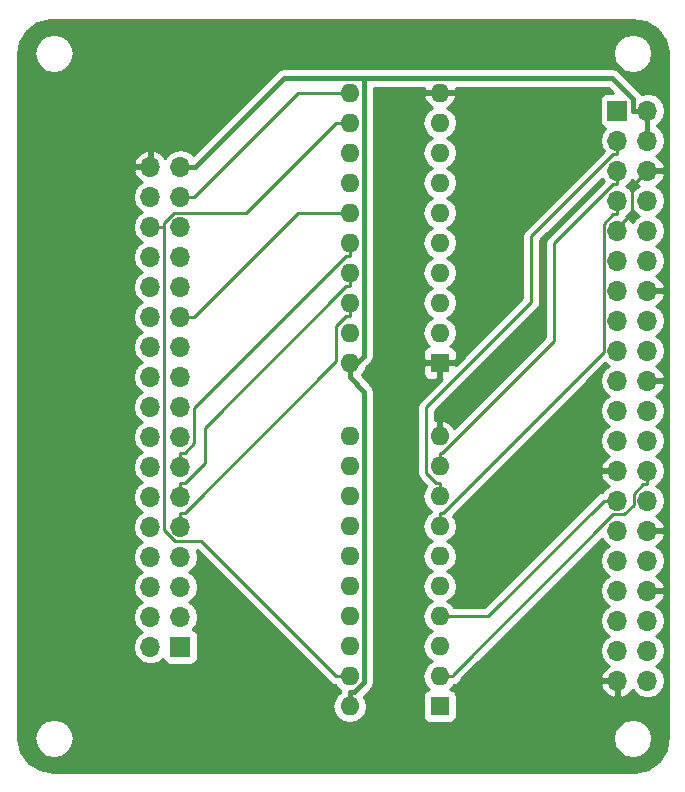
<source format=gbr>
G04 #@! TF.FileFunction,Copper,L1,Top,Signal*
%FSLAX46Y46*%
G04 Gerber Fmt 4.6, Leading zero omitted, Abs format (unit mm)*
G04 Created by KiCad (PCBNEW 4.0.7) date 12/26/17 02:37:40*
%MOMM*%
%LPD*%
G01*
G04 APERTURE LIST*
%ADD10C,0.100000*%
%ADD11R,1.700000X1.700000*%
%ADD12O,1.700000X1.700000*%
%ADD13R,1.600000X1.600000*%
%ADD14O,1.600000X1.600000*%
%ADD15C,0.400000*%
%ADD16C,0.250000*%
%ADD17C,0.254000*%
G04 APERTURE END LIST*
D10*
D11*
X252633000Y-59933800D03*
D12*
X255173000Y-59933800D03*
X252633000Y-62473800D03*
X255173000Y-62473800D03*
X252633000Y-65013800D03*
X255173000Y-65013800D03*
X252633000Y-67553800D03*
X255173000Y-67553800D03*
X252633000Y-70093800D03*
X255173000Y-70093800D03*
X252633000Y-72633800D03*
X255173000Y-72633800D03*
X252633000Y-75173800D03*
X255173000Y-75173800D03*
X252633000Y-77713800D03*
X255173000Y-77713800D03*
X252633000Y-80253800D03*
X255173000Y-80253800D03*
X252633000Y-82793800D03*
X255173000Y-82793800D03*
X252633000Y-85333800D03*
X255173000Y-85333800D03*
X252633000Y-87873800D03*
X255173000Y-87873800D03*
X252633000Y-90413800D03*
X255173000Y-90413800D03*
X252633000Y-92953800D03*
X255173000Y-92953800D03*
X252633000Y-95493800D03*
X255173000Y-95493800D03*
X252633000Y-98033800D03*
X255173000Y-98033800D03*
X252633000Y-100573800D03*
X255173000Y-100573800D03*
X252633000Y-103113800D03*
X255173000Y-103113800D03*
X252633000Y-105653800D03*
X255173000Y-105653800D03*
X252633000Y-108193800D03*
X255173000Y-108193800D03*
D11*
X215633000Y-105334000D03*
D12*
X213093000Y-105334000D03*
X215633000Y-102794000D03*
X213093000Y-102794000D03*
X215633000Y-100254000D03*
X213093000Y-100254000D03*
X215633000Y-97714000D03*
X213093000Y-97714000D03*
X215633000Y-95174000D03*
X213093000Y-95174000D03*
X215633000Y-92634000D03*
X213093000Y-92634000D03*
X215633000Y-90094000D03*
X213093000Y-90094000D03*
X215633000Y-87554000D03*
X213093000Y-87554000D03*
X215633000Y-85014000D03*
X213093000Y-85014000D03*
X215633000Y-82474000D03*
X213093000Y-82474000D03*
X215633000Y-79934000D03*
X213093000Y-79934000D03*
X215633000Y-77394000D03*
X213093000Y-77394000D03*
X215633000Y-74854000D03*
X213093000Y-74854000D03*
X215633000Y-72314000D03*
X213093000Y-72314000D03*
X215633000Y-69774000D03*
X213093000Y-69774000D03*
X215633000Y-67234000D03*
X213093000Y-67234000D03*
X215633000Y-64694000D03*
X213093000Y-64694000D03*
D13*
X237579000Y-81280000D03*
D14*
X229959000Y-58420000D03*
X237579000Y-78740000D03*
X229959000Y-60960000D03*
X237579000Y-76200000D03*
X229959000Y-63500000D03*
X237579000Y-73660000D03*
X229959000Y-66040000D03*
X237579000Y-71120000D03*
X229959000Y-68580000D03*
X237579000Y-68580000D03*
X229959000Y-71120000D03*
X237579000Y-66040000D03*
X229959000Y-73660000D03*
X237579000Y-63500000D03*
X229959000Y-76200000D03*
X237579000Y-60960000D03*
X229959000Y-78740000D03*
X237579000Y-58420000D03*
X229959000Y-81280000D03*
D13*
X237579000Y-110363000D03*
D14*
X229959000Y-87503000D03*
X237579000Y-107823000D03*
X229959000Y-90043000D03*
X237579000Y-105283000D03*
X229959000Y-92583000D03*
X237579000Y-102743000D03*
X229959000Y-95123000D03*
X237579000Y-100203000D03*
X229959000Y-97663000D03*
X237579000Y-97663000D03*
X229959000Y-100203000D03*
X237579000Y-95123000D03*
X229959000Y-102743000D03*
X237579000Y-92583000D03*
X229959000Y-105283000D03*
X237579000Y-90043000D03*
X229959000Y-107823000D03*
X237579000Y-87503000D03*
X229959000Y-110363000D03*
D15*
X255173000Y-62473800D02*
X255173000Y-59933800D01*
X255173000Y-59933800D02*
X253922700Y-59933800D01*
X215633000Y-64694000D02*
X216883300Y-64694000D01*
X231195800Y-83717100D02*
X229959000Y-82480300D01*
X231195800Y-108301000D02*
X231195800Y-83717100D01*
X230334100Y-109162700D02*
X231195800Y-108301000D01*
X229959000Y-109162700D02*
X230334100Y-109162700D01*
X229959000Y-110363000D02*
X229959000Y-109162700D01*
X229959000Y-81280000D02*
X229959000Y-81880100D01*
X229959000Y-81880100D02*
X229959000Y-82480300D01*
X231168400Y-80670700D02*
X231168400Y-57165300D01*
X229959000Y-81880100D02*
X231168400Y-80670700D01*
X252170100Y-57165300D02*
X231168400Y-57165300D01*
X253922700Y-58917900D02*
X252170100Y-57165300D01*
X253922700Y-59933800D02*
X253922700Y-58917900D01*
X224412000Y-57165300D02*
X216883300Y-64694000D01*
X231168400Y-57165300D02*
X224412000Y-57165300D01*
D16*
X252265700Y-63649100D02*
X252633000Y-63649100D01*
X245349200Y-70565600D02*
X252265700Y-63649100D01*
X245349200Y-76124000D02*
X245349200Y-70565600D01*
X236450600Y-85022600D02*
X245349200Y-76124000D01*
X236450600Y-90610600D02*
X236450600Y-85022600D01*
X237297700Y-91457700D02*
X236450600Y-90610600D01*
X237579000Y-91457700D02*
X237297700Y-91457700D01*
X237579000Y-92583000D02*
X237579000Y-91457700D01*
X252633000Y-62473800D02*
X252633000Y-63649100D01*
X237579000Y-90043000D02*
X237579000Y-88917700D01*
X252633000Y-65013800D02*
X252633000Y-66189100D01*
X237783900Y-88917700D02*
X237579000Y-88917700D01*
X247294200Y-79407400D02*
X237783900Y-88917700D01*
X247294200Y-71160500D02*
X247294200Y-79407400D01*
X252265600Y-66189100D02*
X247294200Y-71160500D01*
X252633000Y-66189100D02*
X252265600Y-66189100D01*
X252633000Y-70093800D02*
X252633000Y-69883500D01*
X252633000Y-69883500D02*
X253873000Y-68643500D01*
X253873000Y-68643500D02*
X253873000Y-66313800D01*
X253873000Y-66313800D02*
X255173000Y-65013800D01*
X252265600Y-68729100D02*
X252633000Y-68729100D01*
X251457700Y-69537000D02*
X252265600Y-68729100D01*
X251457700Y-80400300D02*
X251457700Y-69537000D01*
X237860300Y-93997700D02*
X251457700Y-80400300D01*
X237579000Y-93997700D02*
X237860300Y-93997700D01*
X237579000Y-95123000D02*
X237579000Y-93997700D01*
X252633000Y-67553800D02*
X252633000Y-68729100D01*
X254805600Y-91589100D02*
X255173000Y-91589100D01*
X253997700Y-92397000D02*
X254805600Y-91589100D01*
X253997700Y-93290100D02*
X253997700Y-92397000D01*
X253158600Y-94129200D02*
X253997700Y-93290100D01*
X252257400Y-94129200D02*
X253158600Y-94129200D01*
X238704300Y-107682300D02*
X252257400Y-94129200D01*
X238704300Y-107823000D02*
X238704300Y-107682300D01*
X237579000Y-107823000D02*
X238704300Y-107823000D01*
X255173000Y-90413800D02*
X255173000Y-91589100D01*
X241668500Y-102743000D02*
X251457700Y-92953800D01*
X237579000Y-102743000D02*
X241668500Y-102743000D01*
X252633000Y-92953800D02*
X251457700Y-92953800D01*
X216000300Y-93998700D02*
X215633000Y-93998700D01*
X228833700Y-81165300D02*
X216000300Y-93998700D01*
X228833700Y-78169200D02*
X228833700Y-81165300D01*
X229677600Y-77325300D02*
X228833700Y-78169200D01*
X229959000Y-77325300D02*
X229677600Y-77325300D01*
X229959000Y-76200000D02*
X229959000Y-77325300D01*
X215633000Y-95174000D02*
X215633000Y-93998700D01*
X216000300Y-91458700D02*
X215633000Y-91458700D01*
X217694900Y-89764100D02*
X216000300Y-91458700D01*
X217694900Y-86768100D02*
X217694900Y-89764100D01*
X229677700Y-74785300D02*
X217694900Y-86768100D01*
X229959000Y-74785300D02*
X229677700Y-74785300D01*
X229959000Y-73660000D02*
X229959000Y-74785300D01*
X215633000Y-92634000D02*
X215633000Y-91458700D01*
X216000400Y-88918700D02*
X215633000Y-88918700D01*
X216808300Y-88110800D02*
X216000400Y-88918700D01*
X216808300Y-85114700D02*
X216808300Y-88110800D01*
X229677700Y-72245300D02*
X216808300Y-85114700D01*
X229959000Y-72245300D02*
X229677700Y-72245300D01*
X229959000Y-71120000D02*
X229959000Y-72245300D01*
X215633000Y-90094000D02*
X215633000Y-88918700D01*
X225622300Y-68580000D02*
X216808300Y-77394000D01*
X229959000Y-68580000D02*
X225622300Y-68580000D01*
X215633000Y-77394000D02*
X216808300Y-77394000D01*
X225622300Y-58420000D02*
X216808300Y-67234000D01*
X229959000Y-58420000D02*
X225622300Y-58420000D01*
X215633000Y-67234000D02*
X216808300Y-67234000D01*
X214268300Y-69406600D02*
X214268300Y-69774000D01*
X215076200Y-68598700D02*
X214268300Y-69406600D01*
X221195000Y-68598700D02*
X215076200Y-68598700D01*
X228833700Y-60960000D02*
X221195000Y-68598700D01*
X229959000Y-60960000D02*
X228833700Y-60960000D01*
X213093000Y-69774000D02*
X214268300Y-69774000D01*
X214268300Y-95481800D02*
X214268300Y-69774000D01*
X215135900Y-96349400D02*
X214268300Y-95481800D01*
X217360100Y-96349400D02*
X215135900Y-96349400D01*
X228833700Y-107823000D02*
X217360100Y-96349400D01*
X229959000Y-107823000D02*
X228833700Y-107823000D01*
D17*
G36*
X255051383Y-52447974D02*
X255988119Y-53026451D01*
X256633701Y-53921482D01*
X256896800Y-55000140D01*
X256896800Y-112883993D01*
X256707384Y-114053835D01*
X256128905Y-114990572D01*
X255233876Y-115636153D01*
X254155218Y-115899252D01*
X204862710Y-115899252D01*
X203710717Y-115712726D01*
X202773980Y-115134247D01*
X202128399Y-114239218D01*
X201862760Y-113150147D01*
X201862760Y-113080800D01*
X203241810Y-113080800D01*
X203369136Y-113720911D01*
X203731730Y-114263570D01*
X204274389Y-114626164D01*
X204914500Y-114753490D01*
X205554611Y-114626164D01*
X206097270Y-114263570D01*
X206459864Y-113720911D01*
X206584663Y-113093500D01*
X252238410Y-113093500D01*
X252365736Y-113733611D01*
X252728330Y-114276270D01*
X253270989Y-114638864D01*
X253911100Y-114766190D01*
X254551211Y-114638864D01*
X255093870Y-114276270D01*
X255456464Y-113733611D01*
X255583790Y-113093500D01*
X255456464Y-112453389D01*
X255093870Y-111910730D01*
X254551211Y-111548136D01*
X253911100Y-111420810D01*
X253270989Y-111548136D01*
X252728330Y-111910730D01*
X252365736Y-112453389D01*
X252238410Y-113093500D01*
X206584663Y-113093500D01*
X206587190Y-113080800D01*
X206459864Y-112440689D01*
X206097270Y-111898030D01*
X205554611Y-111535436D01*
X204914500Y-111408110D01*
X204274389Y-111535436D01*
X203731730Y-111898030D01*
X203369136Y-112440689D01*
X203241810Y-113080800D01*
X201862760Y-113080800D01*
X201862760Y-67234000D01*
X211578907Y-67234000D01*
X211691946Y-67802285D01*
X212013853Y-68284054D01*
X212343026Y-68504000D01*
X212013853Y-68723946D01*
X211691946Y-69205715D01*
X211578907Y-69774000D01*
X211691946Y-70342285D01*
X212013853Y-70824054D01*
X212343026Y-71044000D01*
X212013853Y-71263946D01*
X211691946Y-71745715D01*
X211578907Y-72314000D01*
X211691946Y-72882285D01*
X212013853Y-73364054D01*
X212343026Y-73584000D01*
X212013853Y-73803946D01*
X211691946Y-74285715D01*
X211578907Y-74854000D01*
X211691946Y-75422285D01*
X212013853Y-75904054D01*
X212343026Y-76124000D01*
X212013853Y-76343946D01*
X211691946Y-76825715D01*
X211578907Y-77394000D01*
X211691946Y-77962285D01*
X212013853Y-78444054D01*
X212343026Y-78664000D01*
X212013853Y-78883946D01*
X211691946Y-79365715D01*
X211578907Y-79934000D01*
X211691946Y-80502285D01*
X212013853Y-80984054D01*
X212343026Y-81204000D01*
X212013853Y-81423946D01*
X211691946Y-81905715D01*
X211578907Y-82474000D01*
X211691946Y-83042285D01*
X212013853Y-83524054D01*
X212343026Y-83744000D01*
X212013853Y-83963946D01*
X211691946Y-84445715D01*
X211578907Y-85014000D01*
X211691946Y-85582285D01*
X212013853Y-86064054D01*
X212343026Y-86284000D01*
X212013853Y-86503946D01*
X211691946Y-86985715D01*
X211578907Y-87554000D01*
X211691946Y-88122285D01*
X212013853Y-88604054D01*
X212343026Y-88824000D01*
X212013853Y-89043946D01*
X211691946Y-89525715D01*
X211578907Y-90094000D01*
X211691946Y-90662285D01*
X212013853Y-91144054D01*
X212343026Y-91364000D01*
X212013853Y-91583946D01*
X211691946Y-92065715D01*
X211578907Y-92634000D01*
X211691946Y-93202285D01*
X212013853Y-93684054D01*
X212343026Y-93904000D01*
X212013853Y-94123946D01*
X211691946Y-94605715D01*
X211578907Y-95174000D01*
X211691946Y-95742285D01*
X212013853Y-96224054D01*
X212343026Y-96444000D01*
X212013853Y-96663946D01*
X211691946Y-97145715D01*
X211578907Y-97714000D01*
X211691946Y-98282285D01*
X212013853Y-98764054D01*
X212343026Y-98984000D01*
X212013853Y-99203946D01*
X211691946Y-99685715D01*
X211578907Y-100254000D01*
X211691946Y-100822285D01*
X212013853Y-101304054D01*
X212343026Y-101524000D01*
X212013853Y-101743946D01*
X211691946Y-102225715D01*
X211578907Y-102794000D01*
X211691946Y-103362285D01*
X212013853Y-103844054D01*
X212343026Y-104064000D01*
X212013853Y-104283946D01*
X211691946Y-104765715D01*
X211578907Y-105334000D01*
X211691946Y-105902285D01*
X212013853Y-106384054D01*
X212495622Y-106705961D01*
X213063907Y-106819000D01*
X213122093Y-106819000D01*
X213690378Y-106705961D01*
X214172147Y-106384054D01*
X214172971Y-106382821D01*
X214179838Y-106419317D01*
X214318910Y-106635441D01*
X214531110Y-106780431D01*
X214783000Y-106831440D01*
X216483000Y-106831440D01*
X216718317Y-106787162D01*
X216934441Y-106648090D01*
X217079431Y-106435890D01*
X217130440Y-106184000D01*
X217130440Y-104484000D01*
X217086162Y-104248683D01*
X216947090Y-104032559D01*
X216734890Y-103887569D01*
X216667459Y-103873914D01*
X216712147Y-103844054D01*
X217034054Y-103362285D01*
X217147093Y-102794000D01*
X217034054Y-102225715D01*
X216712147Y-101743946D01*
X216382974Y-101524000D01*
X216712147Y-101304054D01*
X217034054Y-100822285D01*
X217147093Y-100254000D01*
X217034054Y-99685715D01*
X216712147Y-99203946D01*
X216382974Y-98984000D01*
X216712147Y-98764054D01*
X217034054Y-98282285D01*
X217147093Y-97714000D01*
X217034054Y-97145715D01*
X217009789Y-97109400D01*
X217045298Y-97109400D01*
X228296299Y-108360401D01*
X228542861Y-108525148D01*
X228732563Y-108562882D01*
X228916189Y-108837698D01*
X229156683Y-108998391D01*
X229124000Y-109162700D01*
X229124000Y-109209447D01*
X228916189Y-109348302D01*
X228605120Y-109813849D01*
X228495887Y-110363000D01*
X228605120Y-110912151D01*
X228916189Y-111377698D01*
X229381736Y-111688767D01*
X229930887Y-111798000D01*
X229987113Y-111798000D01*
X230536264Y-111688767D01*
X231001811Y-111377698D01*
X231312880Y-110912151D01*
X231422113Y-110363000D01*
X231312880Y-109813849D01*
X231133011Y-109544657D01*
X231786234Y-108891434D01*
X231872662Y-108762085D01*
X231967239Y-108620541D01*
X232030800Y-108301000D01*
X232030800Y-83717100D01*
X231967239Y-83397559D01*
X231786234Y-83126666D01*
X230973310Y-82313742D01*
X231001811Y-82294698D01*
X231312880Y-81829151D01*
X231343189Y-81676779D01*
X231454218Y-81565750D01*
X236144000Y-81565750D01*
X236144000Y-82206310D01*
X236240673Y-82439699D01*
X236419302Y-82618327D01*
X236652691Y-82715000D01*
X237293250Y-82715000D01*
X237452000Y-82556250D01*
X237452000Y-81407000D01*
X236302750Y-81407000D01*
X236144000Y-81565750D01*
X231454218Y-81565750D01*
X231758834Y-81261134D01*
X231860713Y-81108661D01*
X231939839Y-80990241D01*
X232003400Y-80670700D01*
X232003400Y-60960000D01*
X236115887Y-60960000D01*
X236225120Y-61509151D01*
X236536189Y-61974698D01*
X236918275Y-62230000D01*
X236536189Y-62485302D01*
X236225120Y-62950849D01*
X236115887Y-63500000D01*
X236225120Y-64049151D01*
X236536189Y-64514698D01*
X236918275Y-64770000D01*
X236536189Y-65025302D01*
X236225120Y-65490849D01*
X236115887Y-66040000D01*
X236225120Y-66589151D01*
X236536189Y-67054698D01*
X236918275Y-67310000D01*
X236536189Y-67565302D01*
X236225120Y-68030849D01*
X236115887Y-68580000D01*
X236225120Y-69129151D01*
X236536189Y-69594698D01*
X236918275Y-69850000D01*
X236536189Y-70105302D01*
X236225120Y-70570849D01*
X236115887Y-71120000D01*
X236225120Y-71669151D01*
X236536189Y-72134698D01*
X236918275Y-72390000D01*
X236536189Y-72645302D01*
X236225120Y-73110849D01*
X236115887Y-73660000D01*
X236225120Y-74209151D01*
X236536189Y-74674698D01*
X236918275Y-74930000D01*
X236536189Y-75185302D01*
X236225120Y-75650849D01*
X236115887Y-76200000D01*
X236225120Y-76749151D01*
X236536189Y-77214698D01*
X236918275Y-77470000D01*
X236536189Y-77725302D01*
X236225120Y-78190849D01*
X236115887Y-78740000D01*
X236225120Y-79289151D01*
X236536189Y-79754698D01*
X236671335Y-79845000D01*
X236652691Y-79845000D01*
X236419302Y-79941673D01*
X236240673Y-80120301D01*
X236144000Y-80353690D01*
X236144000Y-80994250D01*
X236302750Y-81153000D01*
X237452000Y-81153000D01*
X237452000Y-81133000D01*
X237706000Y-81133000D01*
X237706000Y-81153000D01*
X238855250Y-81153000D01*
X239014000Y-80994250D01*
X239014000Y-80353690D01*
X238917327Y-80120301D01*
X238738698Y-79941673D01*
X238505309Y-79845000D01*
X238486665Y-79845000D01*
X238621811Y-79754698D01*
X238932880Y-79289151D01*
X239042113Y-78740000D01*
X238932880Y-78190849D01*
X238621811Y-77725302D01*
X238239725Y-77470000D01*
X238621811Y-77214698D01*
X238932880Y-76749151D01*
X239042113Y-76200000D01*
X238932880Y-75650849D01*
X238621811Y-75185302D01*
X238239725Y-74930000D01*
X238621811Y-74674698D01*
X238932880Y-74209151D01*
X239042113Y-73660000D01*
X238932880Y-73110849D01*
X238621811Y-72645302D01*
X238239725Y-72390000D01*
X238621811Y-72134698D01*
X238932880Y-71669151D01*
X239042113Y-71120000D01*
X238932880Y-70570849D01*
X238621811Y-70105302D01*
X238239725Y-69850000D01*
X238621811Y-69594698D01*
X238932880Y-69129151D01*
X239042113Y-68580000D01*
X238932880Y-68030849D01*
X238621811Y-67565302D01*
X238239725Y-67310000D01*
X238621811Y-67054698D01*
X238932880Y-66589151D01*
X239042113Y-66040000D01*
X238932880Y-65490849D01*
X238621811Y-65025302D01*
X238239725Y-64770000D01*
X238621811Y-64514698D01*
X238932880Y-64049151D01*
X239042113Y-63500000D01*
X238932880Y-62950849D01*
X238621811Y-62485302D01*
X238239725Y-62230000D01*
X238621811Y-61974698D01*
X238932880Y-61509151D01*
X239042113Y-60960000D01*
X238932880Y-60410849D01*
X238621811Y-59945302D01*
X238217297Y-59675014D01*
X238434134Y-59572389D01*
X238810041Y-59157423D01*
X238970904Y-58769039D01*
X238848915Y-58547000D01*
X237706000Y-58547000D01*
X237706000Y-58567000D01*
X237452000Y-58567000D01*
X237452000Y-58547000D01*
X236309085Y-58547000D01*
X236187096Y-58769039D01*
X236347959Y-59157423D01*
X236723866Y-59572389D01*
X236940703Y-59675014D01*
X236536189Y-59945302D01*
X236225120Y-60410849D01*
X236115887Y-60960000D01*
X232003400Y-60960000D01*
X232003400Y-58000300D01*
X236216363Y-58000300D01*
X236187096Y-58070961D01*
X236309085Y-58293000D01*
X237452000Y-58293000D01*
X237452000Y-58273000D01*
X237706000Y-58273000D01*
X237706000Y-58293000D01*
X238848915Y-58293000D01*
X238970904Y-58070961D01*
X238941637Y-58000300D01*
X251824232Y-58000300D01*
X252260292Y-58436360D01*
X251783000Y-58436360D01*
X251547683Y-58480638D01*
X251331559Y-58619710D01*
X251186569Y-58831910D01*
X251135560Y-59083800D01*
X251135560Y-60783800D01*
X251179838Y-61019117D01*
X251318910Y-61235241D01*
X251531110Y-61380231D01*
X251598541Y-61393886D01*
X251553853Y-61423746D01*
X251231946Y-61905515D01*
X251118907Y-62473800D01*
X251231946Y-63042085D01*
X251458640Y-63381358D01*
X244811799Y-70028199D01*
X244647052Y-70274761D01*
X244589200Y-70565600D01*
X244589200Y-75809198D01*
X238923324Y-81475074D01*
X238855250Y-81407000D01*
X237706000Y-81407000D01*
X237706000Y-82556250D01*
X237774074Y-82624324D01*
X235913199Y-84485199D01*
X235748452Y-84731761D01*
X235690600Y-85022600D01*
X235690600Y-90610600D01*
X235748452Y-90901439D01*
X235913199Y-91148001D01*
X236455003Y-91689805D01*
X236225120Y-92033849D01*
X236115887Y-92583000D01*
X236225120Y-93132151D01*
X236536189Y-93597698D01*
X236856053Y-93811424D01*
X236836978Y-93907321D01*
X236536189Y-94108302D01*
X236225120Y-94573849D01*
X236115887Y-95123000D01*
X236225120Y-95672151D01*
X236536189Y-96137698D01*
X236918275Y-96393000D01*
X236536189Y-96648302D01*
X236225120Y-97113849D01*
X236115887Y-97663000D01*
X236225120Y-98212151D01*
X236536189Y-98677698D01*
X236918275Y-98933000D01*
X236536189Y-99188302D01*
X236225120Y-99653849D01*
X236115887Y-100203000D01*
X236225120Y-100752151D01*
X236536189Y-101217698D01*
X236918275Y-101473000D01*
X236536189Y-101728302D01*
X236225120Y-102193849D01*
X236115887Y-102743000D01*
X236225120Y-103292151D01*
X236536189Y-103757698D01*
X236918275Y-104013000D01*
X236536189Y-104268302D01*
X236225120Y-104733849D01*
X236115887Y-105283000D01*
X236225120Y-105832151D01*
X236536189Y-106297698D01*
X236918275Y-106553000D01*
X236536189Y-106808302D01*
X236225120Y-107273849D01*
X236115887Y-107823000D01*
X236225120Y-108372151D01*
X236536189Y-108837698D01*
X236680465Y-108934101D01*
X236543683Y-108959838D01*
X236327559Y-109098910D01*
X236182569Y-109311110D01*
X236131560Y-109563000D01*
X236131560Y-111163000D01*
X236175838Y-111398317D01*
X236314910Y-111614441D01*
X236527110Y-111759431D01*
X236779000Y-111810440D01*
X238379000Y-111810440D01*
X238614317Y-111766162D01*
X238830441Y-111627090D01*
X238975431Y-111414890D01*
X239026440Y-111163000D01*
X239026440Y-109563000D01*
X238982162Y-109327683D01*
X238843090Y-109111559D01*
X238630890Y-108966569D01*
X238475911Y-108935185D01*
X238621811Y-108837698D01*
X238805437Y-108562882D01*
X238866730Y-108550690D01*
X251191524Y-108550690D01*
X251361355Y-108960724D01*
X251751642Y-109388983D01*
X252276108Y-109635286D01*
X252506000Y-109514619D01*
X252506000Y-108320800D01*
X251312845Y-108320800D01*
X251191524Y-108550690D01*
X238866730Y-108550690D01*
X238995139Y-108525148D01*
X239241701Y-108360401D01*
X239406448Y-108113839D01*
X239421069Y-108040333D01*
X251298985Y-96162417D01*
X251553853Y-96543854D01*
X251883026Y-96763800D01*
X251553853Y-96983746D01*
X251231946Y-97465515D01*
X251118907Y-98033800D01*
X251231946Y-98602085D01*
X251553853Y-99083854D01*
X251883026Y-99303800D01*
X251553853Y-99523746D01*
X251231946Y-100005515D01*
X251118907Y-100573800D01*
X251231946Y-101142085D01*
X251553853Y-101623854D01*
X251883026Y-101843800D01*
X251553853Y-102063746D01*
X251231946Y-102545515D01*
X251118907Y-103113800D01*
X251231946Y-103682085D01*
X251553853Y-104163854D01*
X251883026Y-104383800D01*
X251553853Y-104603746D01*
X251231946Y-105085515D01*
X251118907Y-105653800D01*
X251231946Y-106222085D01*
X251553853Y-106703854D01*
X251894553Y-106931502D01*
X251751642Y-106998617D01*
X251361355Y-107426876D01*
X251191524Y-107836910D01*
X251312845Y-108066800D01*
X252506000Y-108066800D01*
X252506000Y-108046800D01*
X252760000Y-108046800D01*
X252760000Y-108066800D01*
X252780000Y-108066800D01*
X252780000Y-108320800D01*
X252760000Y-108320800D01*
X252760000Y-109514619D01*
X252989892Y-109635286D01*
X253514358Y-109388983D01*
X253904645Y-108960724D01*
X253904655Y-108960699D01*
X254093853Y-109243854D01*
X254575622Y-109565761D01*
X255143907Y-109678800D01*
X255202093Y-109678800D01*
X255770378Y-109565761D01*
X256252147Y-109243854D01*
X256574054Y-108762085D01*
X256687093Y-108193800D01*
X256574054Y-107625515D01*
X256252147Y-107143746D01*
X255922974Y-106923800D01*
X256252147Y-106703854D01*
X256574054Y-106222085D01*
X256687093Y-105653800D01*
X256574054Y-105085515D01*
X256252147Y-104603746D01*
X255922974Y-104383800D01*
X256252147Y-104163854D01*
X256574054Y-103682085D01*
X256687093Y-103113800D01*
X256574054Y-102545515D01*
X256252147Y-102063746D01*
X255911447Y-101836098D01*
X256054358Y-101768983D01*
X256444645Y-101340724D01*
X256614476Y-100930690D01*
X256493155Y-100700800D01*
X255300000Y-100700800D01*
X255300000Y-100720800D01*
X255046000Y-100720800D01*
X255046000Y-100700800D01*
X255026000Y-100700800D01*
X255026000Y-100446800D01*
X255046000Y-100446800D01*
X255046000Y-100426800D01*
X255300000Y-100426800D01*
X255300000Y-100446800D01*
X256493155Y-100446800D01*
X256614476Y-100216910D01*
X256444645Y-99806876D01*
X256054358Y-99378617D01*
X255911447Y-99311502D01*
X256252147Y-99083854D01*
X256574054Y-98602085D01*
X256687093Y-98033800D01*
X256574054Y-97465515D01*
X256252147Y-96983746D01*
X255911447Y-96756098D01*
X256054358Y-96688983D01*
X256444645Y-96260724D01*
X256614476Y-95850690D01*
X256493155Y-95620800D01*
X255300000Y-95620800D01*
X255300000Y-95640800D01*
X255046000Y-95640800D01*
X255046000Y-95620800D01*
X255026000Y-95620800D01*
X255026000Y-95366800D01*
X255046000Y-95366800D01*
X255046000Y-95346800D01*
X255300000Y-95346800D01*
X255300000Y-95366800D01*
X256493155Y-95366800D01*
X256614476Y-95136910D01*
X256444645Y-94726876D01*
X256054358Y-94298617D01*
X255911447Y-94231502D01*
X256252147Y-94003854D01*
X256574054Y-93522085D01*
X256687093Y-92953800D01*
X256574054Y-92385515D01*
X256252147Y-91903746D01*
X255922974Y-91683800D01*
X256252147Y-91463854D01*
X256574054Y-90982085D01*
X256687093Y-90413800D01*
X256574054Y-89845515D01*
X256252147Y-89363746D01*
X255922974Y-89143800D01*
X256252147Y-88923854D01*
X256574054Y-88442085D01*
X256687093Y-87873800D01*
X256574054Y-87305515D01*
X256252147Y-86823746D01*
X255922974Y-86603800D01*
X256252147Y-86383854D01*
X256574054Y-85902085D01*
X256687093Y-85333800D01*
X256574054Y-84765515D01*
X256252147Y-84283746D01*
X255911447Y-84056098D01*
X256054358Y-83988983D01*
X256444645Y-83560724D01*
X256614476Y-83150690D01*
X256493155Y-82920800D01*
X255300000Y-82920800D01*
X255300000Y-82940800D01*
X255046000Y-82940800D01*
X255046000Y-82920800D01*
X255026000Y-82920800D01*
X255026000Y-82666800D01*
X255046000Y-82666800D01*
X255046000Y-82646800D01*
X255300000Y-82646800D01*
X255300000Y-82666800D01*
X256493155Y-82666800D01*
X256614476Y-82436910D01*
X256444645Y-82026876D01*
X256054358Y-81598617D01*
X255911447Y-81531502D01*
X256252147Y-81303854D01*
X256574054Y-80822085D01*
X256687093Y-80253800D01*
X256574054Y-79685515D01*
X256252147Y-79203746D01*
X255922974Y-78983800D01*
X256252147Y-78763854D01*
X256574054Y-78282085D01*
X256687093Y-77713800D01*
X256574054Y-77145515D01*
X256252147Y-76663746D01*
X255911447Y-76436098D01*
X256054358Y-76368983D01*
X256444645Y-75940724D01*
X256614476Y-75530690D01*
X256493155Y-75300800D01*
X255300000Y-75300800D01*
X255300000Y-75320800D01*
X255046000Y-75320800D01*
X255046000Y-75300800D01*
X255026000Y-75300800D01*
X255026000Y-75046800D01*
X255046000Y-75046800D01*
X255046000Y-75026800D01*
X255300000Y-75026800D01*
X255300000Y-75046800D01*
X256493155Y-75046800D01*
X256614476Y-74816910D01*
X256444645Y-74406876D01*
X256054358Y-73978617D01*
X255911447Y-73911502D01*
X256252147Y-73683854D01*
X256574054Y-73202085D01*
X256687093Y-72633800D01*
X256574054Y-72065515D01*
X256252147Y-71583746D01*
X255922974Y-71363800D01*
X256252147Y-71143854D01*
X256574054Y-70662085D01*
X256687093Y-70093800D01*
X256574054Y-69525515D01*
X256252147Y-69043746D01*
X255922974Y-68823800D01*
X256252147Y-68603854D01*
X256574054Y-68122085D01*
X256687093Y-67553800D01*
X256574054Y-66985515D01*
X256252147Y-66503746D01*
X255911447Y-66276098D01*
X256054358Y-66208983D01*
X256444645Y-65780724D01*
X256614476Y-65370690D01*
X256493155Y-65140800D01*
X255300000Y-65140800D01*
X255300000Y-65160800D01*
X255046000Y-65160800D01*
X255046000Y-65140800D01*
X255026000Y-65140800D01*
X255026000Y-64886800D01*
X255046000Y-64886800D01*
X255046000Y-64866800D01*
X255300000Y-64866800D01*
X255300000Y-64886800D01*
X256493155Y-64886800D01*
X256614476Y-64656910D01*
X256444645Y-64246876D01*
X256054358Y-63818617D01*
X255911447Y-63751502D01*
X256252147Y-63523854D01*
X256574054Y-63042085D01*
X256687093Y-62473800D01*
X256574054Y-61905515D01*
X256252147Y-61423746D01*
X256008000Y-61260613D01*
X256008000Y-61146987D01*
X256252147Y-60983854D01*
X256574054Y-60502085D01*
X256687093Y-59933800D01*
X256574054Y-59365515D01*
X256252147Y-58883746D01*
X255770378Y-58561839D01*
X255202093Y-58448800D01*
X255143907Y-58448800D01*
X254658696Y-58545315D01*
X254513134Y-58327466D01*
X252760534Y-56574866D01*
X252489641Y-56393861D01*
X252170100Y-56330300D01*
X224412000Y-56330300D01*
X224092460Y-56393860D01*
X223821566Y-56574866D01*
X216728305Y-63668127D01*
X216712147Y-63643946D01*
X216230378Y-63322039D01*
X215662093Y-63209000D01*
X215603907Y-63209000D01*
X215035622Y-63322039D01*
X214553853Y-63643946D01*
X214364655Y-63927101D01*
X214364645Y-63927076D01*
X213974358Y-63498817D01*
X213449892Y-63252514D01*
X213220000Y-63373181D01*
X213220000Y-64567000D01*
X213240000Y-64567000D01*
X213240000Y-64821000D01*
X213220000Y-64821000D01*
X213220000Y-64841000D01*
X212966000Y-64841000D01*
X212966000Y-64821000D01*
X211772845Y-64821000D01*
X211651524Y-65050890D01*
X211821355Y-65460924D01*
X212211642Y-65889183D01*
X212354553Y-65956298D01*
X212013853Y-66183946D01*
X211691946Y-66665715D01*
X211578907Y-67234000D01*
X201862760Y-67234000D01*
X201862760Y-64337110D01*
X211651524Y-64337110D01*
X211772845Y-64567000D01*
X212966000Y-64567000D01*
X212966000Y-63373181D01*
X212736108Y-63252514D01*
X212211642Y-63498817D01*
X211821355Y-63927076D01*
X211651524Y-64337110D01*
X201862760Y-64337110D01*
X201862760Y-55274559D01*
X201894278Y-55079900D01*
X203241810Y-55079900D01*
X203369136Y-55720011D01*
X203731730Y-56262670D01*
X204274389Y-56625264D01*
X204914500Y-56752590D01*
X205554611Y-56625264D01*
X206097270Y-56262670D01*
X206459864Y-55720011D01*
X206587190Y-55079900D01*
X252251110Y-55079900D01*
X252378436Y-55720011D01*
X252741030Y-56262670D01*
X253283689Y-56625264D01*
X253923800Y-56752590D01*
X254563911Y-56625264D01*
X255106570Y-56262670D01*
X255469164Y-55720011D01*
X255596490Y-55079900D01*
X255469164Y-54439789D01*
X255106570Y-53897130D01*
X254563911Y-53534536D01*
X253923800Y-53407210D01*
X253283689Y-53534536D01*
X252741030Y-53897130D01*
X252378436Y-54439789D01*
X252251110Y-55079900D01*
X206587190Y-55079900D01*
X206459864Y-54439789D01*
X206097270Y-53897130D01*
X205554611Y-53534536D01*
X204914500Y-53407210D01*
X204274389Y-53534536D01*
X203731730Y-53897130D01*
X203369136Y-54439789D01*
X203241810Y-55079900D01*
X201894278Y-55079900D01*
X202052176Y-54104717D01*
X202630653Y-53167981D01*
X203525684Y-52522399D01*
X204604342Y-52259300D01*
X253886124Y-52259300D01*
X255051383Y-52447974D01*
X255051383Y-52447974D01*
G37*
X255051383Y-52447974D02*
X255988119Y-53026451D01*
X256633701Y-53921482D01*
X256896800Y-55000140D01*
X256896800Y-112883993D01*
X256707384Y-114053835D01*
X256128905Y-114990572D01*
X255233876Y-115636153D01*
X254155218Y-115899252D01*
X204862710Y-115899252D01*
X203710717Y-115712726D01*
X202773980Y-115134247D01*
X202128399Y-114239218D01*
X201862760Y-113150147D01*
X201862760Y-113080800D01*
X203241810Y-113080800D01*
X203369136Y-113720911D01*
X203731730Y-114263570D01*
X204274389Y-114626164D01*
X204914500Y-114753490D01*
X205554611Y-114626164D01*
X206097270Y-114263570D01*
X206459864Y-113720911D01*
X206584663Y-113093500D01*
X252238410Y-113093500D01*
X252365736Y-113733611D01*
X252728330Y-114276270D01*
X253270989Y-114638864D01*
X253911100Y-114766190D01*
X254551211Y-114638864D01*
X255093870Y-114276270D01*
X255456464Y-113733611D01*
X255583790Y-113093500D01*
X255456464Y-112453389D01*
X255093870Y-111910730D01*
X254551211Y-111548136D01*
X253911100Y-111420810D01*
X253270989Y-111548136D01*
X252728330Y-111910730D01*
X252365736Y-112453389D01*
X252238410Y-113093500D01*
X206584663Y-113093500D01*
X206587190Y-113080800D01*
X206459864Y-112440689D01*
X206097270Y-111898030D01*
X205554611Y-111535436D01*
X204914500Y-111408110D01*
X204274389Y-111535436D01*
X203731730Y-111898030D01*
X203369136Y-112440689D01*
X203241810Y-113080800D01*
X201862760Y-113080800D01*
X201862760Y-67234000D01*
X211578907Y-67234000D01*
X211691946Y-67802285D01*
X212013853Y-68284054D01*
X212343026Y-68504000D01*
X212013853Y-68723946D01*
X211691946Y-69205715D01*
X211578907Y-69774000D01*
X211691946Y-70342285D01*
X212013853Y-70824054D01*
X212343026Y-71044000D01*
X212013853Y-71263946D01*
X211691946Y-71745715D01*
X211578907Y-72314000D01*
X211691946Y-72882285D01*
X212013853Y-73364054D01*
X212343026Y-73584000D01*
X212013853Y-73803946D01*
X211691946Y-74285715D01*
X211578907Y-74854000D01*
X211691946Y-75422285D01*
X212013853Y-75904054D01*
X212343026Y-76124000D01*
X212013853Y-76343946D01*
X211691946Y-76825715D01*
X211578907Y-77394000D01*
X211691946Y-77962285D01*
X212013853Y-78444054D01*
X212343026Y-78664000D01*
X212013853Y-78883946D01*
X211691946Y-79365715D01*
X211578907Y-79934000D01*
X211691946Y-80502285D01*
X212013853Y-80984054D01*
X212343026Y-81204000D01*
X212013853Y-81423946D01*
X211691946Y-81905715D01*
X211578907Y-82474000D01*
X211691946Y-83042285D01*
X212013853Y-83524054D01*
X212343026Y-83744000D01*
X212013853Y-83963946D01*
X211691946Y-84445715D01*
X211578907Y-85014000D01*
X211691946Y-85582285D01*
X212013853Y-86064054D01*
X212343026Y-86284000D01*
X212013853Y-86503946D01*
X211691946Y-86985715D01*
X211578907Y-87554000D01*
X211691946Y-88122285D01*
X212013853Y-88604054D01*
X212343026Y-88824000D01*
X212013853Y-89043946D01*
X211691946Y-89525715D01*
X211578907Y-90094000D01*
X211691946Y-90662285D01*
X212013853Y-91144054D01*
X212343026Y-91364000D01*
X212013853Y-91583946D01*
X211691946Y-92065715D01*
X211578907Y-92634000D01*
X211691946Y-93202285D01*
X212013853Y-93684054D01*
X212343026Y-93904000D01*
X212013853Y-94123946D01*
X211691946Y-94605715D01*
X211578907Y-95174000D01*
X211691946Y-95742285D01*
X212013853Y-96224054D01*
X212343026Y-96444000D01*
X212013853Y-96663946D01*
X211691946Y-97145715D01*
X211578907Y-97714000D01*
X211691946Y-98282285D01*
X212013853Y-98764054D01*
X212343026Y-98984000D01*
X212013853Y-99203946D01*
X211691946Y-99685715D01*
X211578907Y-100254000D01*
X211691946Y-100822285D01*
X212013853Y-101304054D01*
X212343026Y-101524000D01*
X212013853Y-101743946D01*
X211691946Y-102225715D01*
X211578907Y-102794000D01*
X211691946Y-103362285D01*
X212013853Y-103844054D01*
X212343026Y-104064000D01*
X212013853Y-104283946D01*
X211691946Y-104765715D01*
X211578907Y-105334000D01*
X211691946Y-105902285D01*
X212013853Y-106384054D01*
X212495622Y-106705961D01*
X213063907Y-106819000D01*
X213122093Y-106819000D01*
X213690378Y-106705961D01*
X214172147Y-106384054D01*
X214172971Y-106382821D01*
X214179838Y-106419317D01*
X214318910Y-106635441D01*
X214531110Y-106780431D01*
X214783000Y-106831440D01*
X216483000Y-106831440D01*
X216718317Y-106787162D01*
X216934441Y-106648090D01*
X217079431Y-106435890D01*
X217130440Y-106184000D01*
X217130440Y-104484000D01*
X217086162Y-104248683D01*
X216947090Y-104032559D01*
X216734890Y-103887569D01*
X216667459Y-103873914D01*
X216712147Y-103844054D01*
X217034054Y-103362285D01*
X217147093Y-102794000D01*
X217034054Y-102225715D01*
X216712147Y-101743946D01*
X216382974Y-101524000D01*
X216712147Y-101304054D01*
X217034054Y-100822285D01*
X217147093Y-100254000D01*
X217034054Y-99685715D01*
X216712147Y-99203946D01*
X216382974Y-98984000D01*
X216712147Y-98764054D01*
X217034054Y-98282285D01*
X217147093Y-97714000D01*
X217034054Y-97145715D01*
X217009789Y-97109400D01*
X217045298Y-97109400D01*
X228296299Y-108360401D01*
X228542861Y-108525148D01*
X228732563Y-108562882D01*
X228916189Y-108837698D01*
X229156683Y-108998391D01*
X229124000Y-109162700D01*
X229124000Y-109209447D01*
X228916189Y-109348302D01*
X228605120Y-109813849D01*
X228495887Y-110363000D01*
X228605120Y-110912151D01*
X228916189Y-111377698D01*
X229381736Y-111688767D01*
X229930887Y-111798000D01*
X229987113Y-111798000D01*
X230536264Y-111688767D01*
X231001811Y-111377698D01*
X231312880Y-110912151D01*
X231422113Y-110363000D01*
X231312880Y-109813849D01*
X231133011Y-109544657D01*
X231786234Y-108891434D01*
X231872662Y-108762085D01*
X231967239Y-108620541D01*
X232030800Y-108301000D01*
X232030800Y-83717100D01*
X231967239Y-83397559D01*
X231786234Y-83126666D01*
X230973310Y-82313742D01*
X231001811Y-82294698D01*
X231312880Y-81829151D01*
X231343189Y-81676779D01*
X231454218Y-81565750D01*
X236144000Y-81565750D01*
X236144000Y-82206310D01*
X236240673Y-82439699D01*
X236419302Y-82618327D01*
X236652691Y-82715000D01*
X237293250Y-82715000D01*
X237452000Y-82556250D01*
X237452000Y-81407000D01*
X236302750Y-81407000D01*
X236144000Y-81565750D01*
X231454218Y-81565750D01*
X231758834Y-81261134D01*
X231860713Y-81108661D01*
X231939839Y-80990241D01*
X232003400Y-80670700D01*
X232003400Y-60960000D01*
X236115887Y-60960000D01*
X236225120Y-61509151D01*
X236536189Y-61974698D01*
X236918275Y-62230000D01*
X236536189Y-62485302D01*
X236225120Y-62950849D01*
X236115887Y-63500000D01*
X236225120Y-64049151D01*
X236536189Y-64514698D01*
X236918275Y-64770000D01*
X236536189Y-65025302D01*
X236225120Y-65490849D01*
X236115887Y-66040000D01*
X236225120Y-66589151D01*
X236536189Y-67054698D01*
X236918275Y-67310000D01*
X236536189Y-67565302D01*
X236225120Y-68030849D01*
X236115887Y-68580000D01*
X236225120Y-69129151D01*
X236536189Y-69594698D01*
X236918275Y-69850000D01*
X236536189Y-70105302D01*
X236225120Y-70570849D01*
X236115887Y-71120000D01*
X236225120Y-71669151D01*
X236536189Y-72134698D01*
X236918275Y-72390000D01*
X236536189Y-72645302D01*
X236225120Y-73110849D01*
X236115887Y-73660000D01*
X236225120Y-74209151D01*
X236536189Y-74674698D01*
X236918275Y-74930000D01*
X236536189Y-75185302D01*
X236225120Y-75650849D01*
X236115887Y-76200000D01*
X236225120Y-76749151D01*
X236536189Y-77214698D01*
X236918275Y-77470000D01*
X236536189Y-77725302D01*
X236225120Y-78190849D01*
X236115887Y-78740000D01*
X236225120Y-79289151D01*
X236536189Y-79754698D01*
X236671335Y-79845000D01*
X236652691Y-79845000D01*
X236419302Y-79941673D01*
X236240673Y-80120301D01*
X236144000Y-80353690D01*
X236144000Y-80994250D01*
X236302750Y-81153000D01*
X237452000Y-81153000D01*
X237452000Y-81133000D01*
X237706000Y-81133000D01*
X237706000Y-81153000D01*
X238855250Y-81153000D01*
X239014000Y-80994250D01*
X239014000Y-80353690D01*
X238917327Y-80120301D01*
X238738698Y-79941673D01*
X238505309Y-79845000D01*
X238486665Y-79845000D01*
X238621811Y-79754698D01*
X238932880Y-79289151D01*
X239042113Y-78740000D01*
X238932880Y-78190849D01*
X238621811Y-77725302D01*
X238239725Y-77470000D01*
X238621811Y-77214698D01*
X238932880Y-76749151D01*
X239042113Y-76200000D01*
X238932880Y-75650849D01*
X238621811Y-75185302D01*
X238239725Y-74930000D01*
X238621811Y-74674698D01*
X238932880Y-74209151D01*
X239042113Y-73660000D01*
X238932880Y-73110849D01*
X238621811Y-72645302D01*
X238239725Y-72390000D01*
X238621811Y-72134698D01*
X238932880Y-71669151D01*
X239042113Y-71120000D01*
X238932880Y-70570849D01*
X238621811Y-70105302D01*
X238239725Y-69850000D01*
X238621811Y-69594698D01*
X238932880Y-69129151D01*
X239042113Y-68580000D01*
X238932880Y-68030849D01*
X238621811Y-67565302D01*
X238239725Y-67310000D01*
X238621811Y-67054698D01*
X238932880Y-66589151D01*
X239042113Y-66040000D01*
X238932880Y-65490849D01*
X238621811Y-65025302D01*
X238239725Y-64770000D01*
X238621811Y-64514698D01*
X238932880Y-64049151D01*
X239042113Y-63500000D01*
X238932880Y-62950849D01*
X238621811Y-62485302D01*
X238239725Y-62230000D01*
X238621811Y-61974698D01*
X238932880Y-61509151D01*
X239042113Y-60960000D01*
X238932880Y-60410849D01*
X238621811Y-59945302D01*
X238217297Y-59675014D01*
X238434134Y-59572389D01*
X238810041Y-59157423D01*
X238970904Y-58769039D01*
X238848915Y-58547000D01*
X237706000Y-58547000D01*
X237706000Y-58567000D01*
X237452000Y-58567000D01*
X237452000Y-58547000D01*
X236309085Y-58547000D01*
X236187096Y-58769039D01*
X236347959Y-59157423D01*
X236723866Y-59572389D01*
X236940703Y-59675014D01*
X236536189Y-59945302D01*
X236225120Y-60410849D01*
X236115887Y-60960000D01*
X232003400Y-60960000D01*
X232003400Y-58000300D01*
X236216363Y-58000300D01*
X236187096Y-58070961D01*
X236309085Y-58293000D01*
X237452000Y-58293000D01*
X237452000Y-58273000D01*
X237706000Y-58273000D01*
X237706000Y-58293000D01*
X238848915Y-58293000D01*
X238970904Y-58070961D01*
X238941637Y-58000300D01*
X251824232Y-58000300D01*
X252260292Y-58436360D01*
X251783000Y-58436360D01*
X251547683Y-58480638D01*
X251331559Y-58619710D01*
X251186569Y-58831910D01*
X251135560Y-59083800D01*
X251135560Y-60783800D01*
X251179838Y-61019117D01*
X251318910Y-61235241D01*
X251531110Y-61380231D01*
X251598541Y-61393886D01*
X251553853Y-61423746D01*
X251231946Y-61905515D01*
X251118907Y-62473800D01*
X251231946Y-63042085D01*
X251458640Y-63381358D01*
X244811799Y-70028199D01*
X244647052Y-70274761D01*
X244589200Y-70565600D01*
X244589200Y-75809198D01*
X238923324Y-81475074D01*
X238855250Y-81407000D01*
X237706000Y-81407000D01*
X237706000Y-82556250D01*
X237774074Y-82624324D01*
X235913199Y-84485199D01*
X235748452Y-84731761D01*
X235690600Y-85022600D01*
X235690600Y-90610600D01*
X235748452Y-90901439D01*
X235913199Y-91148001D01*
X236455003Y-91689805D01*
X236225120Y-92033849D01*
X236115887Y-92583000D01*
X236225120Y-93132151D01*
X236536189Y-93597698D01*
X236856053Y-93811424D01*
X236836978Y-93907321D01*
X236536189Y-94108302D01*
X236225120Y-94573849D01*
X236115887Y-95123000D01*
X236225120Y-95672151D01*
X236536189Y-96137698D01*
X236918275Y-96393000D01*
X236536189Y-96648302D01*
X236225120Y-97113849D01*
X236115887Y-97663000D01*
X236225120Y-98212151D01*
X236536189Y-98677698D01*
X236918275Y-98933000D01*
X236536189Y-99188302D01*
X236225120Y-99653849D01*
X236115887Y-100203000D01*
X236225120Y-100752151D01*
X236536189Y-101217698D01*
X236918275Y-101473000D01*
X236536189Y-101728302D01*
X236225120Y-102193849D01*
X236115887Y-102743000D01*
X236225120Y-103292151D01*
X236536189Y-103757698D01*
X236918275Y-104013000D01*
X236536189Y-104268302D01*
X236225120Y-104733849D01*
X236115887Y-105283000D01*
X236225120Y-105832151D01*
X236536189Y-106297698D01*
X236918275Y-106553000D01*
X236536189Y-106808302D01*
X236225120Y-107273849D01*
X236115887Y-107823000D01*
X236225120Y-108372151D01*
X236536189Y-108837698D01*
X236680465Y-108934101D01*
X236543683Y-108959838D01*
X236327559Y-109098910D01*
X236182569Y-109311110D01*
X236131560Y-109563000D01*
X236131560Y-111163000D01*
X236175838Y-111398317D01*
X236314910Y-111614441D01*
X236527110Y-111759431D01*
X236779000Y-111810440D01*
X238379000Y-111810440D01*
X238614317Y-111766162D01*
X238830441Y-111627090D01*
X238975431Y-111414890D01*
X239026440Y-111163000D01*
X239026440Y-109563000D01*
X238982162Y-109327683D01*
X238843090Y-109111559D01*
X238630890Y-108966569D01*
X238475911Y-108935185D01*
X238621811Y-108837698D01*
X238805437Y-108562882D01*
X238866730Y-108550690D01*
X251191524Y-108550690D01*
X251361355Y-108960724D01*
X251751642Y-109388983D01*
X252276108Y-109635286D01*
X252506000Y-109514619D01*
X252506000Y-108320800D01*
X251312845Y-108320800D01*
X251191524Y-108550690D01*
X238866730Y-108550690D01*
X238995139Y-108525148D01*
X239241701Y-108360401D01*
X239406448Y-108113839D01*
X239421069Y-108040333D01*
X251298985Y-96162417D01*
X251553853Y-96543854D01*
X251883026Y-96763800D01*
X251553853Y-96983746D01*
X251231946Y-97465515D01*
X251118907Y-98033800D01*
X251231946Y-98602085D01*
X251553853Y-99083854D01*
X251883026Y-99303800D01*
X251553853Y-99523746D01*
X251231946Y-100005515D01*
X251118907Y-100573800D01*
X251231946Y-101142085D01*
X251553853Y-101623854D01*
X251883026Y-101843800D01*
X251553853Y-102063746D01*
X251231946Y-102545515D01*
X251118907Y-103113800D01*
X251231946Y-103682085D01*
X251553853Y-104163854D01*
X251883026Y-104383800D01*
X251553853Y-104603746D01*
X251231946Y-105085515D01*
X251118907Y-105653800D01*
X251231946Y-106222085D01*
X251553853Y-106703854D01*
X251894553Y-106931502D01*
X251751642Y-106998617D01*
X251361355Y-107426876D01*
X251191524Y-107836910D01*
X251312845Y-108066800D01*
X252506000Y-108066800D01*
X252506000Y-108046800D01*
X252760000Y-108046800D01*
X252760000Y-108066800D01*
X252780000Y-108066800D01*
X252780000Y-108320800D01*
X252760000Y-108320800D01*
X252760000Y-109514619D01*
X252989892Y-109635286D01*
X253514358Y-109388983D01*
X253904645Y-108960724D01*
X253904655Y-108960699D01*
X254093853Y-109243854D01*
X254575622Y-109565761D01*
X255143907Y-109678800D01*
X255202093Y-109678800D01*
X255770378Y-109565761D01*
X256252147Y-109243854D01*
X256574054Y-108762085D01*
X256687093Y-108193800D01*
X256574054Y-107625515D01*
X256252147Y-107143746D01*
X255922974Y-106923800D01*
X256252147Y-106703854D01*
X256574054Y-106222085D01*
X256687093Y-105653800D01*
X256574054Y-105085515D01*
X256252147Y-104603746D01*
X255922974Y-104383800D01*
X256252147Y-104163854D01*
X256574054Y-103682085D01*
X256687093Y-103113800D01*
X256574054Y-102545515D01*
X256252147Y-102063746D01*
X255911447Y-101836098D01*
X256054358Y-101768983D01*
X256444645Y-101340724D01*
X256614476Y-100930690D01*
X256493155Y-100700800D01*
X255300000Y-100700800D01*
X255300000Y-100720800D01*
X255046000Y-100720800D01*
X255046000Y-100700800D01*
X255026000Y-100700800D01*
X255026000Y-100446800D01*
X255046000Y-100446800D01*
X255046000Y-100426800D01*
X255300000Y-100426800D01*
X255300000Y-100446800D01*
X256493155Y-100446800D01*
X256614476Y-100216910D01*
X256444645Y-99806876D01*
X256054358Y-99378617D01*
X255911447Y-99311502D01*
X256252147Y-99083854D01*
X256574054Y-98602085D01*
X256687093Y-98033800D01*
X256574054Y-97465515D01*
X256252147Y-96983746D01*
X255911447Y-96756098D01*
X256054358Y-96688983D01*
X256444645Y-96260724D01*
X256614476Y-95850690D01*
X256493155Y-95620800D01*
X255300000Y-95620800D01*
X255300000Y-95640800D01*
X255046000Y-95640800D01*
X255046000Y-95620800D01*
X255026000Y-95620800D01*
X255026000Y-95366800D01*
X255046000Y-95366800D01*
X255046000Y-95346800D01*
X255300000Y-95346800D01*
X255300000Y-95366800D01*
X256493155Y-95366800D01*
X256614476Y-95136910D01*
X256444645Y-94726876D01*
X256054358Y-94298617D01*
X255911447Y-94231502D01*
X256252147Y-94003854D01*
X256574054Y-93522085D01*
X256687093Y-92953800D01*
X256574054Y-92385515D01*
X256252147Y-91903746D01*
X255922974Y-91683800D01*
X256252147Y-91463854D01*
X256574054Y-90982085D01*
X256687093Y-90413800D01*
X256574054Y-89845515D01*
X256252147Y-89363746D01*
X255922974Y-89143800D01*
X256252147Y-88923854D01*
X256574054Y-88442085D01*
X256687093Y-87873800D01*
X256574054Y-87305515D01*
X256252147Y-86823746D01*
X255922974Y-86603800D01*
X256252147Y-86383854D01*
X256574054Y-85902085D01*
X256687093Y-85333800D01*
X256574054Y-84765515D01*
X256252147Y-84283746D01*
X255911447Y-84056098D01*
X256054358Y-83988983D01*
X256444645Y-83560724D01*
X256614476Y-83150690D01*
X256493155Y-82920800D01*
X255300000Y-82920800D01*
X255300000Y-82940800D01*
X255046000Y-82940800D01*
X255046000Y-82920800D01*
X255026000Y-82920800D01*
X255026000Y-82666800D01*
X255046000Y-82666800D01*
X255046000Y-82646800D01*
X255300000Y-82646800D01*
X255300000Y-82666800D01*
X256493155Y-82666800D01*
X256614476Y-82436910D01*
X256444645Y-82026876D01*
X256054358Y-81598617D01*
X255911447Y-81531502D01*
X256252147Y-81303854D01*
X256574054Y-80822085D01*
X256687093Y-80253800D01*
X256574054Y-79685515D01*
X256252147Y-79203746D01*
X255922974Y-78983800D01*
X256252147Y-78763854D01*
X256574054Y-78282085D01*
X256687093Y-77713800D01*
X256574054Y-77145515D01*
X256252147Y-76663746D01*
X255911447Y-76436098D01*
X256054358Y-76368983D01*
X256444645Y-75940724D01*
X256614476Y-75530690D01*
X256493155Y-75300800D01*
X255300000Y-75300800D01*
X255300000Y-75320800D01*
X255046000Y-75320800D01*
X255046000Y-75300800D01*
X255026000Y-75300800D01*
X255026000Y-75046800D01*
X255046000Y-75046800D01*
X255046000Y-75026800D01*
X255300000Y-75026800D01*
X255300000Y-75046800D01*
X256493155Y-75046800D01*
X256614476Y-74816910D01*
X256444645Y-74406876D01*
X256054358Y-73978617D01*
X255911447Y-73911502D01*
X256252147Y-73683854D01*
X256574054Y-73202085D01*
X256687093Y-72633800D01*
X256574054Y-72065515D01*
X256252147Y-71583746D01*
X255922974Y-71363800D01*
X256252147Y-71143854D01*
X256574054Y-70662085D01*
X256687093Y-70093800D01*
X256574054Y-69525515D01*
X256252147Y-69043746D01*
X255922974Y-68823800D01*
X256252147Y-68603854D01*
X256574054Y-68122085D01*
X256687093Y-67553800D01*
X256574054Y-66985515D01*
X256252147Y-66503746D01*
X255911447Y-66276098D01*
X256054358Y-66208983D01*
X256444645Y-65780724D01*
X256614476Y-65370690D01*
X256493155Y-65140800D01*
X255300000Y-65140800D01*
X255300000Y-65160800D01*
X255046000Y-65160800D01*
X255046000Y-65140800D01*
X255026000Y-65140800D01*
X255026000Y-64886800D01*
X255046000Y-64886800D01*
X255046000Y-64866800D01*
X255300000Y-64866800D01*
X255300000Y-64886800D01*
X256493155Y-64886800D01*
X256614476Y-64656910D01*
X256444645Y-64246876D01*
X256054358Y-63818617D01*
X255911447Y-63751502D01*
X256252147Y-63523854D01*
X256574054Y-63042085D01*
X256687093Y-62473800D01*
X256574054Y-61905515D01*
X256252147Y-61423746D01*
X256008000Y-61260613D01*
X256008000Y-61146987D01*
X256252147Y-60983854D01*
X256574054Y-60502085D01*
X256687093Y-59933800D01*
X256574054Y-59365515D01*
X256252147Y-58883746D01*
X255770378Y-58561839D01*
X255202093Y-58448800D01*
X255143907Y-58448800D01*
X254658696Y-58545315D01*
X254513134Y-58327466D01*
X252760534Y-56574866D01*
X252489641Y-56393861D01*
X252170100Y-56330300D01*
X224412000Y-56330300D01*
X224092460Y-56393860D01*
X223821566Y-56574866D01*
X216728305Y-63668127D01*
X216712147Y-63643946D01*
X216230378Y-63322039D01*
X215662093Y-63209000D01*
X215603907Y-63209000D01*
X215035622Y-63322039D01*
X214553853Y-63643946D01*
X214364655Y-63927101D01*
X214364645Y-63927076D01*
X213974358Y-63498817D01*
X213449892Y-63252514D01*
X213220000Y-63373181D01*
X213220000Y-64567000D01*
X213240000Y-64567000D01*
X213240000Y-64821000D01*
X213220000Y-64821000D01*
X213220000Y-64841000D01*
X212966000Y-64841000D01*
X212966000Y-64821000D01*
X211772845Y-64821000D01*
X211651524Y-65050890D01*
X211821355Y-65460924D01*
X212211642Y-65889183D01*
X212354553Y-65956298D01*
X212013853Y-66183946D01*
X211691946Y-66665715D01*
X211578907Y-67234000D01*
X201862760Y-67234000D01*
X201862760Y-64337110D01*
X211651524Y-64337110D01*
X211772845Y-64567000D01*
X212966000Y-64567000D01*
X212966000Y-63373181D01*
X212736108Y-63252514D01*
X212211642Y-63498817D01*
X211821355Y-63927076D01*
X211651524Y-64337110D01*
X201862760Y-64337110D01*
X201862760Y-55274559D01*
X201894278Y-55079900D01*
X203241810Y-55079900D01*
X203369136Y-55720011D01*
X203731730Y-56262670D01*
X204274389Y-56625264D01*
X204914500Y-56752590D01*
X205554611Y-56625264D01*
X206097270Y-56262670D01*
X206459864Y-55720011D01*
X206587190Y-55079900D01*
X252251110Y-55079900D01*
X252378436Y-55720011D01*
X252741030Y-56262670D01*
X253283689Y-56625264D01*
X253923800Y-56752590D01*
X254563911Y-56625264D01*
X255106570Y-56262670D01*
X255469164Y-55720011D01*
X255596490Y-55079900D01*
X255469164Y-54439789D01*
X255106570Y-53897130D01*
X254563911Y-53534536D01*
X253923800Y-53407210D01*
X253283689Y-53534536D01*
X252741030Y-53897130D01*
X252378436Y-54439789D01*
X252251110Y-55079900D01*
X206587190Y-55079900D01*
X206459864Y-54439789D01*
X206097270Y-53897130D01*
X205554611Y-53534536D01*
X204914500Y-53407210D01*
X204274389Y-53534536D01*
X203731730Y-53897130D01*
X203369136Y-54439789D01*
X203241810Y-55079900D01*
X201894278Y-55079900D01*
X202052176Y-54104717D01*
X202630653Y-53167981D01*
X203525684Y-52522399D01*
X204604342Y-52259300D01*
X253886124Y-52259300D01*
X255051383Y-52447974D01*
G36*
X251883026Y-81523800D02*
X251553853Y-81743746D01*
X251231946Y-82225515D01*
X251118907Y-82793800D01*
X251231946Y-83362085D01*
X251553853Y-83843854D01*
X251883026Y-84063800D01*
X251553853Y-84283746D01*
X251231946Y-84765515D01*
X251118907Y-85333800D01*
X251231946Y-85902085D01*
X251553853Y-86383854D01*
X251883026Y-86603800D01*
X251553853Y-86823746D01*
X251231946Y-87305515D01*
X251118907Y-87873800D01*
X251231946Y-88442085D01*
X251553853Y-88923854D01*
X251894553Y-89151502D01*
X251751642Y-89218617D01*
X251361355Y-89646876D01*
X251191524Y-90056910D01*
X251312845Y-90286800D01*
X252506000Y-90286800D01*
X252506000Y-90266800D01*
X252760000Y-90266800D01*
X252760000Y-90286800D01*
X252780000Y-90286800D01*
X252780000Y-90540800D01*
X252760000Y-90540800D01*
X252760000Y-90560800D01*
X252506000Y-90560800D01*
X252506000Y-90540800D01*
X251312845Y-90540800D01*
X251191524Y-90770690D01*
X251361355Y-91180724D01*
X251751642Y-91608983D01*
X251894553Y-91676098D01*
X251553853Y-91903746D01*
X251345077Y-92216202D01*
X251215114Y-92242054D01*
X251166860Y-92251652D01*
X250920299Y-92416399D01*
X241353698Y-101983000D01*
X238791995Y-101983000D01*
X238621811Y-101728302D01*
X238239725Y-101473000D01*
X238621811Y-101217698D01*
X238932880Y-100752151D01*
X239042113Y-100203000D01*
X238932880Y-99653849D01*
X238621811Y-99188302D01*
X238239725Y-98933000D01*
X238621811Y-98677698D01*
X238932880Y-98212151D01*
X239042113Y-97663000D01*
X238932880Y-97113849D01*
X238621811Y-96648302D01*
X238239725Y-96393000D01*
X238621811Y-96137698D01*
X238932880Y-95672151D01*
X239042113Y-95123000D01*
X238932880Y-94573849D01*
X238702997Y-94229805D01*
X251598870Y-81333933D01*
X251883026Y-81523800D01*
X251883026Y-81523800D01*
G37*
X251883026Y-81523800D02*
X251553853Y-81743746D01*
X251231946Y-82225515D01*
X251118907Y-82793800D01*
X251231946Y-83362085D01*
X251553853Y-83843854D01*
X251883026Y-84063800D01*
X251553853Y-84283746D01*
X251231946Y-84765515D01*
X251118907Y-85333800D01*
X251231946Y-85902085D01*
X251553853Y-86383854D01*
X251883026Y-86603800D01*
X251553853Y-86823746D01*
X251231946Y-87305515D01*
X251118907Y-87873800D01*
X251231946Y-88442085D01*
X251553853Y-88923854D01*
X251894553Y-89151502D01*
X251751642Y-89218617D01*
X251361355Y-89646876D01*
X251191524Y-90056910D01*
X251312845Y-90286800D01*
X252506000Y-90286800D01*
X252506000Y-90266800D01*
X252760000Y-90266800D01*
X252760000Y-90286800D01*
X252780000Y-90286800D01*
X252780000Y-90540800D01*
X252760000Y-90540800D01*
X252760000Y-90560800D01*
X252506000Y-90560800D01*
X252506000Y-90540800D01*
X251312845Y-90540800D01*
X251191524Y-90770690D01*
X251361355Y-91180724D01*
X251751642Y-91608983D01*
X251894553Y-91676098D01*
X251553853Y-91903746D01*
X251345077Y-92216202D01*
X251215114Y-92242054D01*
X251166860Y-92251652D01*
X250920299Y-92416399D01*
X241353698Y-101983000D01*
X238791995Y-101983000D01*
X238621811Y-101728302D01*
X238239725Y-101473000D01*
X238621811Y-101217698D01*
X238932880Y-100752151D01*
X239042113Y-100203000D01*
X238932880Y-99653849D01*
X238621811Y-99188302D01*
X238239725Y-98933000D01*
X238621811Y-98677698D01*
X238932880Y-98212151D01*
X239042113Y-97663000D01*
X238932880Y-97113849D01*
X238621811Y-96648302D01*
X238239725Y-96393000D01*
X238621811Y-96137698D01*
X238932880Y-95672151D01*
X239042113Y-95123000D01*
X238932880Y-94573849D01*
X238702997Y-94229805D01*
X251598870Y-81333933D01*
X251883026Y-81523800D01*
G36*
X251458600Y-65921298D02*
X246756799Y-70623099D01*
X246592052Y-70869661D01*
X246534200Y-71160500D01*
X246534200Y-79092598D01*
X238825031Y-86801767D01*
X238810041Y-86765577D01*
X238434134Y-86350611D01*
X237928041Y-86111086D01*
X237706000Y-86232371D01*
X237706000Y-87376000D01*
X237726000Y-87376000D01*
X237726000Y-87630000D01*
X237706000Y-87630000D01*
X237706000Y-87650000D01*
X237452000Y-87650000D01*
X237452000Y-87630000D01*
X237432000Y-87630000D01*
X237432000Y-87376000D01*
X237452000Y-87376000D01*
X237452000Y-86232371D01*
X237229959Y-86111086D01*
X237210600Y-86120248D01*
X237210600Y-85337402D01*
X245886601Y-76661401D01*
X246051348Y-76414839D01*
X246109200Y-76124000D01*
X246109200Y-70880402D01*
X251302270Y-65687332D01*
X251458600Y-65921298D01*
X251458600Y-65921298D01*
G37*
X251458600Y-65921298D02*
X246756799Y-70623099D01*
X246592052Y-70869661D01*
X246534200Y-71160500D01*
X246534200Y-79092598D01*
X238825031Y-86801767D01*
X238810041Y-86765577D01*
X238434134Y-86350611D01*
X237928041Y-86111086D01*
X237706000Y-86232371D01*
X237706000Y-87376000D01*
X237726000Y-87376000D01*
X237726000Y-87630000D01*
X237706000Y-87630000D01*
X237706000Y-87650000D01*
X237452000Y-87650000D01*
X237452000Y-87630000D01*
X237432000Y-87630000D01*
X237432000Y-87376000D01*
X237452000Y-87376000D01*
X237452000Y-86232371D01*
X237229959Y-86111086D01*
X237210600Y-86120248D01*
X237210600Y-85337402D01*
X245886601Y-76661401D01*
X246051348Y-76414839D01*
X246109200Y-76124000D01*
X246109200Y-70880402D01*
X251302270Y-65687332D01*
X251458600Y-65921298D01*
G36*
X230086000Y-78613000D02*
X230106000Y-78613000D01*
X230106000Y-78867000D01*
X230086000Y-78867000D01*
X230086000Y-78887000D01*
X229832000Y-78887000D01*
X229832000Y-78867000D01*
X229812000Y-78867000D01*
X229812000Y-78613000D01*
X229832000Y-78613000D01*
X229832000Y-78593000D01*
X230086000Y-78593000D01*
X230086000Y-78613000D01*
X230086000Y-78613000D01*
G37*
X230086000Y-78613000D02*
X230106000Y-78613000D01*
X230106000Y-78867000D01*
X230086000Y-78867000D01*
X230086000Y-78887000D01*
X229832000Y-78887000D01*
X229832000Y-78867000D01*
X229812000Y-78867000D01*
X229812000Y-78613000D01*
X229832000Y-78613000D01*
X229832000Y-78593000D01*
X230086000Y-78593000D01*
X230086000Y-78613000D01*
G36*
X252760000Y-69966800D02*
X252780000Y-69966800D01*
X252780000Y-70220800D01*
X252760000Y-70220800D01*
X252760000Y-70240800D01*
X252506000Y-70240800D01*
X252506000Y-70220800D01*
X252486000Y-70220800D01*
X252486000Y-69966800D01*
X252506000Y-69966800D01*
X252506000Y-69946800D01*
X252760000Y-69946800D01*
X252760000Y-69966800D01*
X252760000Y-69966800D01*
G37*
X252760000Y-69966800D02*
X252780000Y-69966800D01*
X252780000Y-70220800D01*
X252760000Y-70220800D01*
X252760000Y-70240800D01*
X252506000Y-70240800D01*
X252506000Y-70220800D01*
X252486000Y-70220800D01*
X252486000Y-69966800D01*
X252506000Y-69966800D01*
X252506000Y-69946800D01*
X252760000Y-69946800D01*
X252760000Y-69966800D01*
G36*
X254093853Y-68603854D02*
X254423026Y-68823800D01*
X254093853Y-69043746D01*
X253904655Y-69326901D01*
X253904645Y-69326876D01*
X253514358Y-68898617D01*
X253372530Y-68832011D01*
X253372812Y-68830590D01*
X253712147Y-68603854D01*
X253903000Y-68318222D01*
X254093853Y-68603854D01*
X254093853Y-68603854D01*
G37*
X254093853Y-68603854D02*
X254423026Y-68823800D01*
X254093853Y-69043746D01*
X253904655Y-69326901D01*
X253904645Y-69326876D01*
X253514358Y-68898617D01*
X253372530Y-68832011D01*
X253372812Y-68830590D01*
X253712147Y-68603854D01*
X253903000Y-68318222D01*
X254093853Y-68603854D01*
G36*
X253901355Y-65780724D02*
X254291642Y-66208983D01*
X254434553Y-66276098D01*
X254093853Y-66503746D01*
X253903000Y-66789378D01*
X253712147Y-66503746D01*
X253382974Y-66283800D01*
X253712147Y-66063854D01*
X253901345Y-65780699D01*
X253901355Y-65780724D01*
X253901355Y-65780724D01*
G37*
X253901355Y-65780724D02*
X254291642Y-66208983D01*
X254434553Y-66276098D01*
X254093853Y-66503746D01*
X253903000Y-66789378D01*
X253712147Y-66503746D01*
X253382974Y-66283800D01*
X253712147Y-66063854D01*
X253901345Y-65780699D01*
X253901355Y-65780724D01*
M02*

</source>
